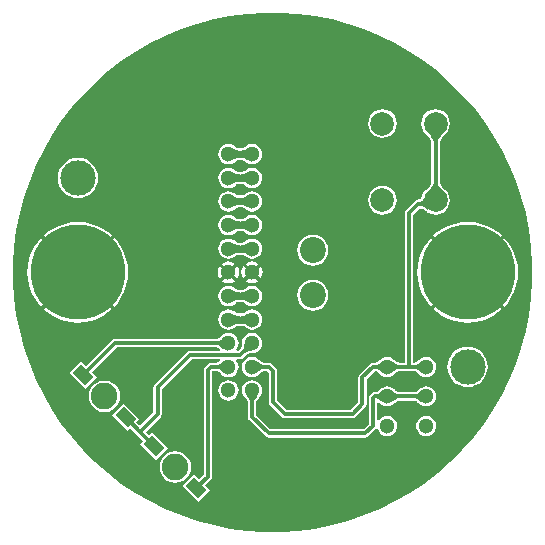
<source format=gbl>
G04*
G04 #@! TF.GenerationSoftware,Altium Limited,Altium Designer,20.1.8 (145)*
G04*
G04 Layer_Physical_Order=2*
G04 Layer_Color=16711680*
%FSTAX43Y43*%
%MOMM*%
G71*
G04*
G04 #@! TF.SameCoordinates,A8A15C78-E013-4D0F-9F8A-AB315E05CE4F*
G04*
G04*
G04 #@! TF.FilePolarity,Positive*
G04*
G01*
G75*
%ADD16C,0.600*%
%ADD17C,0.300*%
%ADD18C,1.300*%
%ADD19C,2.200*%
%ADD20C,3.000*%
%ADD21C,2.000*%
%ADD22C,2.250*%
%ADD23C,8.000*%
G04:AMPARAMS|DCode=24|XSize=1.5mm|YSize=1mm|CornerRadius=0mm|HoleSize=0mm|Usage=FLASHONLY|Rotation=135.000|XOffset=0mm|YOffset=0mm|HoleType=Round|Shape=Rectangle|*
%AMROTATEDRECTD24*
4,1,4,0.884,-0.177,0.177,-0.884,-0.884,0.177,-0.177,0.884,0.884,-0.177,0.0*
%
%ADD24ROTATEDRECTD24*%

G36*
X0097157Y0096897D02*
X0098584Y0096709D01*
X0099996Y0096428D01*
X0101387Y0096055D01*
X010275Y0095593D01*
X0104081Y0095042D01*
X0105372Y0094405D01*
X0106619Y0093685D01*
X0107816Y0092885D01*
X0108958Y0092008D01*
X0110041Y0091059D01*
X0111059Y0090041D01*
X0112008Y0088958D01*
X0112885Y0087816D01*
X0113685Y0086619D01*
X0114405Y0085372D01*
X0115042Y0084081D01*
X0115593Y008275D01*
X0116055Y0081387D01*
X0116428Y0079996D01*
X0116709Y0078584D01*
X0116897Y0077157D01*
X0116991Y007572D01*
Y0075D01*
Y007428D01*
X0116897Y0072843D01*
X0116709Y0071416D01*
X0116428Y0070004D01*
X0116055Y0068613D01*
X0115593Y0067249D01*
X0115042Y0065919D01*
X0114405Y0064628D01*
X0113685Y0063381D01*
X0112885Y0062184D01*
X0112008Y0061042D01*
X0111059Y0059959D01*
X0110041Y0058941D01*
X0108958Y0057992D01*
X0107816Y0057115D01*
X0106619Y0056315D01*
X0105372Y0055595D01*
X0104081Y0054958D01*
X010275Y0054407D01*
X0101387Y0053945D01*
X0099996Y0053572D01*
X0098584Y0053291D01*
X0097157Y0053103D01*
X009572Y0053009D01*
X009428D01*
X0092843Y0053103D01*
X0091416Y0053291D01*
X0090004Y0053572D01*
X0088613Y0053945D01*
X008725Y0054407D01*
X0085919Y0054958D01*
X0084628Y0055595D01*
X0083381Y0056315D01*
X0082184Y0057115D01*
X0081042Y0057992D01*
X0079959Y0058941D01*
X0078941Y0059959D01*
X0077992Y0061042D01*
X0077115Y0062184D01*
X0076315Y0063381D01*
X0075595Y0064628D01*
X0074958Y0065919D01*
X0074407Y0067249D01*
X0073945Y0068613D01*
X0073572Y0070004D01*
X0073291Y0071416D01*
X0073103Y0072843D01*
X0073009Y007428D01*
Y0075D01*
Y007572D01*
X0073103Y0077157D01*
X0073291Y0078584D01*
X0073572Y0079996D01*
X0073945Y0081387D01*
X0074407Y008275D01*
X0074958Y0084081D01*
X0075595Y0085372D01*
X0076315Y0086619D01*
X0077115Y0087816D01*
X0077992Y0088958D01*
X0078941Y0090041D01*
X0079959Y0091059D01*
X0081042Y0092008D01*
X0082184Y0092885D01*
X0083381Y0093685D01*
X0084628Y0094405D01*
X0085919Y0095042D01*
X008725Y0095593D01*
X0088613Y0096055D01*
X0090004Y0096428D01*
X0091416Y0096709D01*
X0092843Y0096897D01*
X009428Y0096991D01*
X009572D01*
X0097157Y0096897D01*
D02*
G37*
%LPC*%
G36*
X0104289Y0088805D02*
X0103976Y0088764D01*
X0103684Y0088643D01*
X0103433Y0088451D01*
X0103241Y00882D01*
X010312Y0087908D01*
X0103079Y0087595D01*
X010312Y0087282D01*
X0103241Y008699D01*
X0103433Y0086739D01*
X0103684Y0086547D01*
X0103976Y0086426D01*
X0104289Y0086385D01*
X0104602Y0086426D01*
X0104894Y0086547D01*
X0105145Y0086739D01*
X0105337Y008699D01*
X0105458Y0087282D01*
X01055Y0087595D01*
X0105458Y0087908D01*
X0105337Y00882D01*
X0105145Y0088451D01*
X0104894Y0088643D01*
X0104602Y0088764D01*
X0104289Y0088805D01*
D02*
G37*
G36*
X009325Y0085857D02*
X0093028Y0085828D01*
X0092821Y0085742D01*
X0092644Y0085606D01*
X0092632Y008559D01*
X0092625Y0085584D01*
X0092606Y0085571D01*
X0092583Y0085558D01*
X0092556Y0085545D01*
X0092524Y0085534D01*
X0092486Y0085524D01*
X0092446Y0085516D01*
X0092385Y008551D01*
X00921D01*
X0092057Y0085515D01*
X0092014Y0085524D01*
X0091976Y0085534D01*
X0091944Y0085545D01*
X0091917Y0085558D01*
X0091894Y0085571D01*
X0091875Y0085584D01*
X0091868Y008559D01*
X0091856Y0085606D01*
X0091679Y0085742D01*
X0091472Y0085828D01*
X009125Y0085857D01*
X0091028Y0085828D01*
X0090821Y0085742D01*
X0090644Y0085606D01*
X0090508Y0085429D01*
X0090422Y0085222D01*
X0090393Y0085D01*
X0090422Y0084778D01*
X0090508Y0084571D01*
X0090644Y0084394D01*
X0090821Y0084258D01*
X0091028Y0084172D01*
X009125Y0084143D01*
X0091472Y0084172D01*
X0091679Y0084258D01*
X0091856Y0084394D01*
X0091868Y008441D01*
X0091875Y0084416D01*
X0091894Y0084429D01*
X0091917Y0084442D01*
X0091944Y0084455D01*
X0091976Y0084466D01*
X0092014Y0084476D01*
X0092054Y0084484D01*
X0092115Y008449D01*
X00924D01*
X0092443Y0084485D01*
X0092486Y0084476D01*
X0092524Y0084466D01*
X0092556Y0084455D01*
X0092583Y0084442D01*
X0092606Y0084429D01*
X0092625Y0084416D01*
X0092632Y008441D01*
X0092644Y0084394D01*
X0092821Y0084258D01*
X0093028Y0084172D01*
X009325Y0084143D01*
X0093472Y0084172D01*
X0093679Y0084258D01*
X0093856Y0084394D01*
X0093992Y0084571D01*
X0094078Y0084778D01*
X0094107Y0085D01*
X0094078Y0085222D01*
X0093992Y0085429D01*
X0093856Y0085606D01*
X0093679Y0085742D01*
X0093472Y0085828D01*
X009325Y0085857D01*
D02*
G37*
G36*
Y0083857D02*
X0093028Y0083828D01*
X0092821Y0083742D01*
X0092644Y0083606D01*
X0092632Y008359D01*
X0092625Y0083584D01*
X0092606Y0083571D01*
X0092583Y0083558D01*
X0092556Y0083545D01*
X0092524Y0083534D01*
X0092486Y0083524D01*
X0092446Y0083516D01*
X0092385Y008351D01*
X00921D01*
X0092057Y0083515D01*
X0092014Y0083524D01*
X0091976Y0083534D01*
X0091944Y0083545D01*
X0091917Y0083558D01*
X0091894Y0083571D01*
X0091875Y0083584D01*
X0091868Y008359D01*
X0091856Y0083606D01*
X0091679Y0083742D01*
X0091472Y0083828D01*
X009125Y0083857D01*
X0091028Y0083828D01*
X0090821Y0083742D01*
X0090644Y0083606D01*
X0090508Y0083429D01*
X0090422Y0083222D01*
X0090393Y0083D01*
X0090422Y0082778D01*
X0090508Y0082571D01*
X0090644Y0082394D01*
X0090821Y0082258D01*
X0091028Y0082172D01*
X009125Y0082143D01*
X0091472Y0082172D01*
X0091679Y0082258D01*
X0091856Y0082394D01*
X0091868Y008241D01*
X0091875Y0082416D01*
X0091894Y0082429D01*
X0091917Y0082442D01*
X0091944Y0082455D01*
X0091976Y0082466D01*
X0092014Y0082476D01*
X0092054Y0082484D01*
X0092115Y008249D01*
X00924D01*
X0092443Y0082485D01*
X0092486Y0082476D01*
X0092524Y0082466D01*
X0092556Y0082455D01*
X0092583Y0082442D01*
X0092606Y0082429D01*
X0092625Y0082416D01*
X0092632Y008241D01*
X0092644Y0082394D01*
X0092821Y0082258D01*
X0093028Y0082172D01*
X009325Y0082143D01*
X0093472Y0082172D01*
X0093679Y0082258D01*
X0093856Y0082394D01*
X0093992Y0082571D01*
X0094078Y0082778D01*
X0094107Y0083D01*
X0094078Y0083222D01*
X0093992Y0083429D01*
X0093856Y0083606D01*
X0093679Y0083742D01*
X0093472Y0083828D01*
X009325Y0083857D01*
D02*
G37*
G36*
Y0081857D02*
X0093028Y0081828D01*
X0092821Y0081742D01*
X0092644Y0081606D01*
X0092632Y008159D01*
X0092625Y0081584D01*
X0092606Y0081571D01*
X0092583Y0081558D01*
X0092556Y0081545D01*
X0092524Y0081534D01*
X0092486Y0081524D01*
X0092446Y0081516D01*
X0092385Y008151D01*
X00921D01*
X0092057Y0081515D01*
X0092014Y0081524D01*
X0091976Y0081534D01*
X0091944Y0081545D01*
X0091917Y0081558D01*
X0091894Y0081571D01*
X0091875Y0081584D01*
X0091868Y008159D01*
X0091856Y0081606D01*
X0091679Y0081742D01*
X0091472Y0081828D01*
X009125Y0081857D01*
X0091028Y0081828D01*
X0090821Y0081742D01*
X0090644Y0081606D01*
X0090508Y0081429D01*
X0090422Y0081222D01*
X0090393Y0081D01*
X0090422Y0080778D01*
X0090508Y0080571D01*
X0090644Y0080394D01*
X0090821Y0080258D01*
X0091028Y0080172D01*
X009125Y0080143D01*
X0091472Y0080172D01*
X0091679Y0080258D01*
X0091856Y0080394D01*
X0091868Y008041D01*
X0091875Y0080416D01*
X0091894Y0080429D01*
X0091917Y0080442D01*
X0091944Y0080455D01*
X0091976Y0080466D01*
X0092014Y0080476D01*
X0092054Y0080484D01*
X0092115Y008049D01*
X00924D01*
X0092443Y0080485D01*
X0092486Y0080476D01*
X0092524Y0080466D01*
X0092556Y0080455D01*
X0092583Y0080442D01*
X0092606Y0080429D01*
X0092625Y0080416D01*
X0092632Y008041D01*
X0092644Y0080394D01*
X0092821Y0080258D01*
X0093028Y0080172D01*
X009325Y0080143D01*
X0093472Y0080172D01*
X0093679Y0080258D01*
X0093856Y0080394D01*
X0093992Y0080571D01*
X0094078Y0080778D01*
X0094107Y0081D01*
X0094078Y0081222D01*
X0093992Y0081429D01*
X0093856Y0081606D01*
X0093679Y0081742D01*
X0093472Y0081828D01*
X009325Y0081857D01*
D02*
G37*
G36*
X00785Y0084708D02*
X0078167Y0084675D01*
X0077846Y0084578D01*
X0077551Y008442D01*
X0077292Y0084208D01*
X007708Y0083949D01*
X0076922Y0083654D01*
X0076825Y0083333D01*
X0076792Y0083D01*
X0076825Y0082667D01*
X0076922Y0082346D01*
X007708Y0082051D01*
X0077292Y0081792D01*
X0077551Y008158D01*
X0077846Y0081422D01*
X0078167Y0081325D01*
X00785Y0081292D01*
X0078833Y0081325D01*
X0079154Y0081422D01*
X0079449Y008158D01*
X0079708Y0081792D01*
X007992Y0082051D01*
X0080078Y0082346D01*
X0080175Y0082667D01*
X0080208Y0083D01*
X0080175Y0083333D01*
X0080078Y0083654D01*
X007992Y0083949D01*
X0079708Y0084208D01*
X0079449Y008442D01*
X0079154Y0084578D01*
X0078833Y0084675D01*
X00785Y0084708D01*
D02*
G37*
G36*
X0108789Y0088805D02*
X0108476Y0088764D01*
X0108184Y0088643D01*
X0107933Y0088451D01*
X0107741Y00882D01*
X010762Y0087908D01*
X0107579Y0087595D01*
X010762Y0087282D01*
X0107741Y008699D01*
X0107933Y0086739D01*
X0107971Y008671D01*
X0108045Y0086636D01*
X0108212Y0086446D01*
X0108276Y0086363D01*
X0108329Y0086284D01*
X010837Y0086212D01*
X0108401Y0086148D01*
X0108421Y0086092D01*
X0108432Y0086045D01*
X0108432Y0086035D01*
Y0082655D01*
X0108432Y0082645D01*
X0108421Y0082598D01*
X0108401Y0082542D01*
X010837Y0082478D01*
X0108329Y0082406D01*
X0108276Y0082327D01*
X0108212Y0082244D01*
X0108045Y0082054D01*
X0107971Y008198D01*
X0107933Y0081951D01*
X0107741Y00817D01*
X0107662Y0081511D01*
X0107662Y008151D01*
X0107661Y0081506D01*
X0107654Y0081491D01*
X010765Y0081484D01*
X0107636Y0081446D01*
X010762Y0081408D01*
X0107619Y0081404D01*
X0107592Y0081346D01*
X0107563Y0081297D01*
X0107533Y0081257D01*
X0107504Y0081227D01*
X0107475Y0081204D01*
X0107446Y0081188D01*
X0107414Y0081176D01*
X010738Y0081169D01*
X0107377Y0081169D01*
X0107339D01*
X0107203Y0081142D01*
X0107087Y0081064D01*
X0106275Y0080252D01*
X0106197Y0080137D01*
X010617Y008D01*
Y0067357D01*
X0105688D01*
X0105662Y0067361D01*
X0105628Y0067371D01*
X0105591Y0067385D01*
X0105551Y0067405D01*
X0105508Y0067431D01*
X0105464Y0067462D01*
X010536Y0067548D01*
X0105321Y0067587D01*
X0105306Y0067606D01*
X0105129Y0067742D01*
X0104922Y0067828D01*
X01047Y0067857D01*
X0104478Y0067828D01*
X0104271Y0067742D01*
X0104094Y0067606D01*
X0104079Y0067587D01*
X0104038Y0067547D01*
X0103987Y0067502D01*
X0103938Y0067463D01*
X0103892Y0067431D01*
X0103849Y0067405D01*
X0103809Y0067385D01*
X0103772Y0067371D01*
X0103738Y0067361D01*
X0103712Y0067357D01*
X01035D01*
X0103363Y006733D01*
X0103248Y0067252D01*
X0102348Y0066352D01*
X010227Y0066237D01*
X0102243Y00661D01*
Y0063984D01*
X0101616Y0063357D01*
X0096148D01*
X0095357Y0064148D01*
Y0066649D01*
X009533Y0066785D01*
X0095252Y0066901D01*
X0094901Y0067252D01*
X0094785Y006733D01*
X0094649Y0067357D01*
X0094238D01*
X0094212Y0067361D01*
X0094178Y0067371D01*
X0094141Y0067385D01*
X0094101Y0067405D01*
X0094058Y0067431D01*
X0094014Y0067462D01*
X009391Y0067548D01*
X0093871Y0067587D01*
X0093856Y0067606D01*
X0093679Y0067742D01*
X0093472Y0067828D01*
X009325Y0067857D01*
X0093028Y0067828D01*
X0092821Y0067742D01*
X0092644Y0067606D01*
X0092508Y0067429D01*
X0092422Y0067222D01*
X0092393Y0067D01*
X0092422Y0066778D01*
X0092508Y0066571D01*
X0092644Y0066394D01*
X0092821Y0066258D01*
X0093028Y0066172D01*
X009325Y0066143D01*
X0093472Y0066172D01*
X0093679Y0066258D01*
X0093856Y0066394D01*
X0093871Y0066413D01*
X0093912Y0066453D01*
X0093963Y0066498D01*
X0094012Y0066537D01*
X0094058Y0066569D01*
X0094101Y0066595D01*
X0094141Y0066615D01*
X0094178Y0066629D01*
X0094212Y0066639D01*
X0094238Y0066643D01*
X0094501D01*
X0094643Y0066501D01*
Y0064D01*
X009467Y0063863D01*
X0094748Y0063748D01*
X0095748Y0062748D01*
X0095863Y006267D01*
X0096Y0062643D01*
X0101764D01*
X01019Y006267D01*
X0102016Y0062748D01*
X0102852Y0063584D01*
X010293Y00637D01*
X0102957Y0063836D01*
Y0065952D01*
X0103648Y0066643D01*
X0103712D01*
X0103738Y0066639D01*
X0103772Y0066629D01*
X0103809Y0066615D01*
X0103849Y0066595D01*
X0103892Y0066569D01*
X0103936Y0066538D01*
X0104039Y0066452D01*
X0104079Y0066413D01*
X0104094Y0066394D01*
X0104271Y0066258D01*
X0104478Y0066172D01*
X01047Y0066143D01*
X0104922Y0066172D01*
X0105129Y0066258D01*
X0105306Y0066394D01*
X0105321Y0066413D01*
X0105362Y0066453D01*
X0105413Y0066498D01*
X0105462Y0066537D01*
X0105508Y0066569D01*
X0105551Y0066595D01*
X0105591Y0066615D01*
X0105628Y0066629D01*
X0105662Y0066639D01*
X0105688Y0066643D01*
X0107012D01*
X0107038Y0066639D01*
X0107072Y0066629D01*
X0107109Y0066615D01*
X0107149Y0066595D01*
X0107192Y0066569D01*
X0107236Y0066538D01*
X010734Y0066452D01*
X0107379Y0066413D01*
X0107394Y0066394D01*
X0107571Y0066258D01*
X0107778Y0066172D01*
X0108Y0066143D01*
X0108222Y0066172D01*
X0108429Y0066258D01*
X0108606Y0066394D01*
X0108742Y0066571D01*
X0108828Y0066778D01*
X0108857Y0067D01*
X0108828Y0067222D01*
X0108742Y0067429D01*
X0108606Y0067606D01*
X0108429Y0067742D01*
X0108222Y0067828D01*
X0108Y0067857D01*
X0107778Y0067828D01*
X0107571Y0067742D01*
X0107394Y0067606D01*
X0107379Y0067587D01*
X0107338Y0067547D01*
X0107287Y0067502D01*
X0107238Y0067463D01*
X0107192Y0067431D01*
X0107149Y0067405D01*
X0107109Y0067385D01*
X0107072Y0067371D01*
X0107038Y0067361D01*
X0107012Y0067357D01*
X0106884D01*
Y0079852D01*
X0107476Y0080444D01*
X0107526Y0080433D01*
X0107593Y0080413D01*
X0107661Y0080387D01*
X0107732Y0080354D01*
X0107803Y0080316D01*
X0107961Y0080213D01*
X0108041Y0080152D01*
X0108056Y0080145D01*
X0108068Y0080135D01*
X0108071Y0080134D01*
X0108184Y0080047D01*
X0108476Y0079926D01*
X0108789Y0079885D01*
X0109102Y0079926D01*
X0109394Y0080047D01*
X0109645Y0080239D01*
X0109837Y008049D01*
X0109958Y0080782D01*
X011Y0081095D01*
X0109958Y0081408D01*
X0109837Y00817D01*
X0109645Y0081951D01*
X0109607Y008198D01*
X0109534Y0082054D01*
X0109366Y0082244D01*
X0109303Y0082327D01*
X010925Y0082406D01*
X0109208Y0082478D01*
X0109177Y0082542D01*
X0109157Y0082598D01*
X0109147Y0082645D01*
X0109146Y0082655D01*
Y0086035D01*
X0109147Y0086045D01*
X0109157Y0086092D01*
X0109177Y0086148D01*
X0109208Y0086212D01*
X010925Y0086284D01*
X0109303Y0086363D01*
X0109366Y0086446D01*
X0109534Y0086636D01*
X0109607Y008671D01*
X0109645Y0086739D01*
X0109837Y008699D01*
X0109958Y0087282D01*
X011Y0087595D01*
X0109958Y0087908D01*
X0109837Y00882D01*
X0109645Y0088451D01*
X0109394Y0088643D01*
X0109102Y0088764D01*
X0108789Y0088805D01*
D02*
G37*
G36*
X0104289Y0082305D02*
X0103976Y0082264D01*
X0103684Y0082143D01*
X0103433Y0081951D01*
X0103241Y00817D01*
X010312Y0081408D01*
X0103079Y0081095D01*
X010312Y0080782D01*
X0103241Y008049D01*
X0103433Y0080239D01*
X0103684Y0080047D01*
X0103976Y0079926D01*
X0104289Y0079885D01*
X0104602Y0079926D01*
X0104894Y0080047D01*
X0105145Y0080239D01*
X0105337Y008049D01*
X0105458Y0080782D01*
X01055Y0081095D01*
X0105458Y0081408D01*
X0105337Y00817D01*
X0105145Y0081951D01*
X0104894Y0082143D01*
X0104602Y0082264D01*
X0104289Y0082305D01*
D02*
G37*
G36*
X009325Y0079857D02*
X0093028Y0079828D01*
X0092821Y0079742D01*
X0092644Y0079606D01*
X0092632Y007959D01*
X0092625Y0079584D01*
X0092606Y0079571D01*
X0092583Y0079558D01*
X0092556Y0079545D01*
X0092524Y0079534D01*
X0092486Y0079524D01*
X0092446Y0079516D01*
X0092385Y007951D01*
X00921D01*
X0092057Y0079515D01*
X0092014Y0079524D01*
X0091976Y0079534D01*
X0091944Y0079545D01*
X0091917Y0079558D01*
X0091894Y0079571D01*
X0091875Y0079584D01*
X0091868Y007959D01*
X0091856Y0079606D01*
X0091679Y0079742D01*
X0091472Y0079828D01*
X009125Y0079857D01*
X0091028Y0079828D01*
X0090821Y0079742D01*
X0090644Y0079606D01*
X0090508Y0079429D01*
X0090422Y0079222D01*
X0090393Y0079D01*
X0090422Y0078778D01*
X0090508Y0078571D01*
X0090644Y0078394D01*
X0090821Y0078258D01*
X0091028Y0078172D01*
X009125Y0078143D01*
X0091472Y0078172D01*
X0091679Y0078258D01*
X0091856Y0078394D01*
X0091868Y007841D01*
X0091875Y0078416D01*
X0091894Y0078429D01*
X0091917Y0078442D01*
X0091944Y0078455D01*
X0091976Y0078466D01*
X0092014Y0078476D01*
X0092054Y0078484D01*
X0092115Y007849D01*
X00924D01*
X0092443Y0078485D01*
X0092486Y0078476D01*
X0092524Y0078466D01*
X0092556Y0078455D01*
X0092583Y0078442D01*
X0092606Y0078429D01*
X0092625Y0078416D01*
X0092632Y007841D01*
X0092644Y0078394D01*
X0092821Y0078258D01*
X0093028Y0078172D01*
X009325Y0078143D01*
X0093472Y0078172D01*
X0093679Y0078258D01*
X0093856Y0078394D01*
X0093992Y0078571D01*
X0094078Y0078778D01*
X0094107Y0079D01*
X0094078Y0079222D01*
X0093992Y0079429D01*
X0093856Y0079606D01*
X0093679Y0079742D01*
X0093472Y0079828D01*
X009325Y0079857D01*
D02*
G37*
G36*
Y0077857D02*
X0093028Y0077828D01*
X0092821Y0077742D01*
X0092644Y0077606D01*
X0092632Y007759D01*
X0092625Y0077584D01*
X0092606Y0077571D01*
X0092583Y0077558D01*
X0092556Y0077545D01*
X0092524Y0077534D01*
X0092486Y0077524D01*
X0092446Y0077516D01*
X0092385Y007751D01*
X00921D01*
X0092057Y0077515D01*
X0092014Y0077524D01*
X0091976Y0077534D01*
X0091944Y0077545D01*
X0091917Y0077558D01*
X0091894Y0077571D01*
X0091875Y0077584D01*
X0091868Y007759D01*
X0091856Y0077606D01*
X0091679Y0077742D01*
X0091472Y0077828D01*
X009125Y0077857D01*
X0091028Y0077828D01*
X0090821Y0077742D01*
X0090644Y0077606D01*
X0090508Y0077429D01*
X0090422Y0077222D01*
X0090393Y0077D01*
X0090422Y0076778D01*
X0090508Y0076571D01*
X0090644Y0076394D01*
X0090821Y0076258D01*
X0091028Y0076172D01*
X009125Y0076143D01*
X0091472Y0076172D01*
X0091679Y0076258D01*
X0091856Y0076394D01*
X0091868Y007641D01*
X0091875Y0076416D01*
X0091894Y0076429D01*
X0091917Y0076442D01*
X0091944Y0076455D01*
X0091976Y0076466D01*
X0092014Y0076476D01*
X0092054Y0076484D01*
X0092115Y007649D01*
X00924D01*
X0092443Y0076485D01*
X0092486Y0076476D01*
X0092524Y0076466D01*
X0092556Y0076455D01*
X0092583Y0076442D01*
X0092606Y0076429D01*
X0092625Y0076416D01*
X0092632Y007641D01*
X0092644Y0076394D01*
X0092821Y0076258D01*
X0093028Y0076172D01*
X009325Y0076143D01*
X0093472Y0076172D01*
X0093679Y0076258D01*
X0093856Y0076394D01*
X0093992Y0076571D01*
X0094078Y0076778D01*
X0094107Y0077D01*
X0094078Y0077222D01*
X0093992Y0077429D01*
X0093856Y0077606D01*
X0093679Y0077742D01*
X0093472Y0077828D01*
X009325Y0077857D01*
D02*
G37*
G36*
X00984Y0078171D02*
X0098061Y0078127D01*
X0097744Y0077996D01*
X0097473Y0077787D01*
X0097264Y0077516D01*
X0097133Y0077199D01*
X0097089Y007686D01*
X0097133Y0076521D01*
X0097264Y0076204D01*
X0097473Y0075933D01*
X0097744Y0075724D01*
X0098061Y0075593D01*
X00984Y0075549D01*
X0098739Y0075593D01*
X0099056Y0075724D01*
X0099327Y0075933D01*
X0099536Y0076204D01*
X0099667Y0076521D01*
X0099711Y007686D01*
X0099667Y0077199D01*
X0099536Y0077516D01*
X0099327Y0077787D01*
X0099056Y0077996D01*
X0098739Y0078127D01*
X00984Y0078171D01*
D02*
G37*
G36*
X01115Y0079263D02*
X0110944Y0079227D01*
X0110397Y0079118D01*
X0109869Y0078939D01*
X0109368Y0078692D01*
X0108905Y0078382D01*
X0108599Y0078114D01*
X01115Y0075212D01*
X0114401Y0078114D01*
X0114095Y0078382D01*
X0113632Y0078692D01*
X0113131Y0078939D01*
X0112603Y0079118D01*
X0112056Y0079227D01*
X01115Y0079263D01*
D02*
G37*
G36*
X00785D02*
X0077944Y0079227D01*
X0077397Y0079118D01*
X0076869Y0078939D01*
X0076368Y0078692D01*
X0075905Y0078382D01*
X0075599Y0078114D01*
X00785Y0075212D01*
X0081401Y0078114D01*
X0081095Y0078382D01*
X0080632Y0078692D01*
X0080131Y0078939D01*
X0079603Y0079118D01*
X0079056Y0079227D01*
X00785Y0079263D01*
D02*
G37*
G36*
X009325Y0075912D02*
X0093014Y0075881D01*
X0092794Y007579D01*
X0092725Y0075737D01*
X009325Y0075212D01*
X0093775Y0075737D01*
X0093706Y007579D01*
X0093486Y0075881D01*
X009325Y0075912D01*
D02*
G37*
G36*
X009125D02*
X0091014Y0075881D01*
X0090794Y007579D01*
X0090725Y0075737D01*
X009125Y0075212D01*
X0091775Y0075737D01*
X0091706Y007579D01*
X0091486Y0075881D01*
X009125Y0075912D01*
D02*
G37*
G36*
X0093987Y0075525D02*
X0093462Y0075D01*
X0093987Y0074475D01*
X009404Y0074544D01*
X0094131Y0074764D01*
X0094162Y0075D01*
X0094131Y0075236D01*
X009404Y0075456D01*
X0093987Y0075525D01*
D02*
G37*
G36*
X0091987D02*
X0091462Y0075D01*
X0091987Y0074475D01*
X009204Y0074544D01*
X0092131Y0074764D01*
X0092162Y0075D01*
X0092131Y0075236D01*
X009204Y0075456D01*
X0091987Y0075525D01*
D02*
G37*
G36*
X0092513D02*
X009246Y0075456D01*
X0092369Y0075236D01*
X0092338Y0075D01*
X0092369Y0074764D01*
X009246Y0074544D01*
X0092513Y0074475D01*
X0093038Y0075D01*
X0092513Y0075525D01*
D02*
G37*
G36*
X0090513D02*
X009046Y0075456D01*
X0090369Y0075236D01*
X0090338Y0075D01*
X0090369Y0074764D01*
X009046Y0074544D01*
X0090513Y0074475D01*
X0091038Y0075D01*
X0090513Y0075525D01*
D02*
G37*
G36*
X009325Y0074788D02*
X0092725Y0074263D01*
X0092794Y007421D01*
X0093014Y0074119D01*
X009325Y0074088D01*
X0093486Y0074119D01*
X0093706Y007421D01*
X0093775Y0074263D01*
X009325Y0074788D01*
D02*
G37*
G36*
X009125D02*
X0090725Y0074263D01*
X0090794Y007421D01*
X0091014Y0074119D01*
X009125Y0074088D01*
X0091486Y0074119D01*
X0091706Y007421D01*
X0091775Y0074263D01*
X009125Y0074788D01*
D02*
G37*
G36*
X009325Y0073857D02*
X0093028Y0073828D01*
X0092821Y0073742D01*
X0092644Y0073606D01*
X0092632Y007359D01*
X0092625Y0073584D01*
X0092606Y0073571D01*
X0092583Y0073558D01*
X0092556Y0073545D01*
X0092524Y0073534D01*
X0092486Y0073524D01*
X0092446Y0073516D01*
X0092385Y007351D01*
X00921D01*
X0092057Y0073515D01*
X0092014Y0073524D01*
X0091976Y0073534D01*
X0091944Y0073545D01*
X0091917Y0073558D01*
X0091894Y0073571D01*
X0091875Y0073584D01*
X0091868Y007359D01*
X0091856Y0073606D01*
X0091679Y0073742D01*
X0091472Y0073828D01*
X009125Y0073857D01*
X0091028Y0073828D01*
X0090821Y0073742D01*
X0090644Y0073606D01*
X0090508Y0073429D01*
X0090422Y0073222D01*
X0090393Y0073D01*
X0090422Y0072778D01*
X0090508Y0072571D01*
X0090644Y0072394D01*
X0090821Y0072258D01*
X0091028Y0072172D01*
X009125Y0072143D01*
X0091472Y0072172D01*
X0091679Y0072258D01*
X0091856Y0072394D01*
X0091868Y007241D01*
X0091875Y0072416D01*
X0091894Y0072429D01*
X0091917Y0072442D01*
X0091944Y0072455D01*
X0091976Y0072466D01*
X0092014Y0072476D01*
X0092054Y0072484D01*
X0092115Y007249D01*
X00924D01*
X0092443Y0072485D01*
X0092486Y0072476D01*
X0092524Y0072466D01*
X0092556Y0072455D01*
X0092583Y0072442D01*
X0092606Y0072429D01*
X0092625Y0072416D01*
X0092632Y007241D01*
X0092644Y0072394D01*
X0092821Y0072258D01*
X0093028Y0072172D01*
X009325Y0072143D01*
X0093472Y0072172D01*
X0093679Y0072258D01*
X0093856Y0072394D01*
X0093992Y0072571D01*
X0094078Y0072778D01*
X0094107Y0073D01*
X0094078Y0073222D01*
X0093992Y0073429D01*
X0093856Y0073606D01*
X0093679Y0073742D01*
X0093472Y0073828D01*
X009325Y0073857D01*
D02*
G37*
G36*
X0114614Y0077901D02*
X0111712Y0075D01*
X0114614Y0072099D01*
X0114882Y0072405D01*
X0115192Y0072868D01*
X0115439Y0073369D01*
X0115618Y0073897D01*
X0115727Y0074444D01*
X0115763Y0075D01*
X0115727Y0075556D01*
X0115618Y0076103D01*
X0115439Y0076631D01*
X0115192Y0077132D01*
X0114882Y0077595D01*
X0114614Y0077901D01*
D02*
G37*
G36*
X0075386Y0077901D02*
X0075118Y0077595D01*
X0074808Y0077132D01*
X0074561Y0076631D01*
X0074382Y0076103D01*
X0074273Y0075556D01*
X0074237Y0075D01*
X0074273Y0074444D01*
X0074382Y0073897D01*
X0074561Y0073369D01*
X0074808Y0072868D01*
X0075118Y0072405D01*
X0075386Y0072099D01*
X0078288Y0075D01*
X0075386Y0077901D01*
D02*
G37*
G36*
X0108386Y0077901D02*
X0108118Y0077595D01*
X0107808Y0077132D01*
X0107561Y0076631D01*
X0107382Y0076103D01*
X0107273Y0075556D01*
X0107237Y0075D01*
X0107273Y0074444D01*
X0107382Y0073897D01*
X0107561Y0073369D01*
X0107808Y0072868D01*
X0108118Y0072405D01*
X0108386Y0072099D01*
X0111288Y0075D01*
X0108386Y0077901D01*
D02*
G37*
G36*
X0081614Y0077901D02*
X0078712Y0075D01*
X0081614Y0072099D01*
X0081882Y0072405D01*
X0082192Y0072868D01*
X0082439Y0073369D01*
X0082618Y0073897D01*
X0082727Y0074444D01*
X0082763Y0075D01*
X0082727Y0075556D01*
X0082618Y0076103D01*
X0082439Y0076631D01*
X0082192Y0077132D01*
X0081882Y0077595D01*
X0081614Y0077901D01*
D02*
G37*
G36*
X00984Y0074361D02*
X0098061Y0074317D01*
X0097744Y0074186D01*
X0097473Y0073977D01*
X0097264Y0073706D01*
X0097133Y0073389D01*
X0097089Y007305D01*
X0097133Y0072711D01*
X0097264Y0072394D01*
X0097473Y0072123D01*
X0097744Y0071914D01*
X0098061Y0071783D01*
X00984Y0071739D01*
X0098739Y0071783D01*
X0099056Y0071914D01*
X0099327Y0072123D01*
X0099536Y0072394D01*
X0099667Y0072711D01*
X0099711Y007305D01*
X0099667Y0073389D01*
X0099536Y0073706D01*
X0099327Y0073977D01*
X0099056Y0074186D01*
X0098739Y0074317D01*
X00984Y0074361D01*
D02*
G37*
G36*
X009325Y0071857D02*
X0093028Y0071828D01*
X0092821Y0071742D01*
X0092644Y0071606D01*
X0092632Y007159D01*
X0092625Y0071584D01*
X0092606Y0071571D01*
X0092583Y0071558D01*
X0092556Y0071545D01*
X0092524Y0071534D01*
X0092486Y0071524D01*
X0092446Y0071516D01*
X0092385Y007151D01*
X00921D01*
X0092057Y0071515D01*
X0092014Y0071524D01*
X0091976Y0071534D01*
X0091944Y0071545D01*
X0091917Y0071558D01*
X0091894Y0071571D01*
X0091875Y0071584D01*
X0091868Y007159D01*
X0091856Y0071606D01*
X0091679Y0071742D01*
X0091472Y0071828D01*
X009125Y0071857D01*
X0091028Y0071828D01*
X0090821Y0071742D01*
X0090644Y0071606D01*
X0090508Y0071429D01*
X0090422Y0071222D01*
X0090393Y0071D01*
X0090422Y0070778D01*
X0090508Y0070571D01*
X0090644Y0070394D01*
X0090821Y0070258D01*
X0091028Y0070172D01*
X009125Y0070143D01*
X0091472Y0070172D01*
X0091679Y0070258D01*
X0091856Y0070394D01*
X0091868Y007041D01*
X0091875Y0070416D01*
X0091894Y0070429D01*
X0091917Y0070442D01*
X0091944Y0070455D01*
X0091976Y0070466D01*
X0092014Y0070476D01*
X0092054Y0070484D01*
X0092115Y007049D01*
X00924D01*
X0092443Y0070485D01*
X0092486Y0070476D01*
X0092524Y0070466D01*
X0092556Y0070455D01*
X0092583Y0070442D01*
X0092606Y0070429D01*
X0092625Y0070416D01*
X0092632Y007041D01*
X0092644Y0070394D01*
X0092821Y0070258D01*
X0093028Y0070172D01*
X009325Y0070143D01*
X0093472Y0070172D01*
X0093679Y0070258D01*
X0093856Y0070394D01*
X0093992Y0070571D01*
X0094078Y0070778D01*
X0094107Y0071D01*
X0094078Y0071222D01*
X0093992Y0071429D01*
X0093856Y0071606D01*
X0093679Y0071742D01*
X0093472Y0071828D01*
X009325Y0071857D01*
D02*
G37*
G36*
X01115Y0074788D02*
X0108599Y0071886D01*
X0108905Y0071618D01*
X0109368Y0071308D01*
X0109869Y0071061D01*
X0110397Y0070882D01*
X0110944Y0070773D01*
X01115Y0070737D01*
X0112056Y0070773D01*
X0112603Y0070882D01*
X0113131Y0071061D01*
X0113632Y0071308D01*
X0114095Y0071618D01*
X0114401Y0071886D01*
X01115Y0074788D01*
D02*
G37*
G36*
X00785Y0074788D02*
X0075599Y0071886D01*
X0075905Y0071618D01*
X0076368Y0071308D01*
X0076869Y0071061D01*
X0077397Y0070882D01*
X0077944Y0070773D01*
X00785Y0070737D01*
X0079056Y0070773D01*
X0079603Y0070882D01*
X0080131Y0071061D01*
X0080632Y0071308D01*
X0081095Y0071618D01*
X0081401Y0071886D01*
X00785Y0074788D01*
D02*
G37*
G36*
X009325Y0069857D02*
X0093028Y0069828D01*
X0092821Y0069742D01*
X0092644Y0069606D01*
X0092508Y0069429D01*
X0092422Y0069222D01*
X0092393Y0069D01*
X0092396Y0068976D01*
X0092395Y0068918D01*
X0092391Y006885D01*
X0092384Y0068789D01*
X0092374Y0068734D01*
X0092362Y0068685D01*
X0092347Y0068642D01*
X0092331Y0068606D01*
X0092314Y0068575D01*
X0092299Y0068554D01*
X0092105Y006836D01*
X0091981Y0068371D01*
X0091925Y0068484D01*
X0091992Y0068571D01*
X0092078Y0068778D01*
X0092107Y0069D01*
X0092078Y0069222D01*
X0091992Y0069429D01*
X0091856Y0069606D01*
X0091679Y0069742D01*
X0091472Y0069828D01*
X009125Y0069857D01*
X0091028Y0069828D01*
X0090821Y0069742D01*
X0090644Y0069606D01*
X0090629Y0069587D01*
X0090588Y0069547D01*
X0090537Y0069502D01*
X0090488Y0069463D01*
X0090442Y0069431D01*
X0090399Y0069405D01*
X0090359Y0069385D01*
X0090322Y0069371D01*
X0090288Y0069361D01*
X0090262Y0069357D01*
X0081679D01*
X0081543Y006933D01*
X0081427Y0069252D01*
X0079207Y0067033D01*
X0078788Y0067452D01*
X0077798Y0066462D01*
X0079141Y0065119D01*
X0080131Y0066109D01*
X0079712Y0066528D01*
X0081827Y0068643D01*
X0090262D01*
X0090288Y0068639D01*
X0090322Y0068629D01*
X0090359Y0068615D01*
X0090399Y0068595D01*
X0090442Y0068569D01*
X0090486Y0068538D01*
X0090551Y0068484D01*
X0090505Y0068357D01*
X0090505Y0068357D01*
X0088D01*
X0087863Y006833D01*
X0087748Y0068252D01*
X0084998Y0065502D01*
X008492Y0065387D01*
X0084893Y006525D01*
Y0063148D01*
X008375Y0062005D01*
X008346Y0062295D01*
X0083702Y0062538D01*
X0082359Y0063881D01*
X0081369Y0062891D01*
X0082712Y0061548D01*
X0082955Y006179D01*
X0083498Y0061248D01*
X008404Y0060705D01*
X0083798Y0060462D01*
X0085141Y0059119D01*
X0086131Y0060109D01*
X0084788Y0061452D01*
X0084545Y006121D01*
X0084255Y00615D01*
X0085502Y0062748D01*
X008558Y0062863D01*
X0085607Y0063D01*
Y0065102D01*
X0088148Y0067643D01*
X0090505D01*
X009051Y0067637D01*
X0090553Y0067516D01*
X0090537Y0067502D01*
X0090488Y0067463D01*
X0090442Y0067431D01*
X0090399Y0067405D01*
X0090359Y0067385D01*
X0090322Y0067371D01*
X0090288Y0067361D01*
X0090262Y0067357D01*
X008975D01*
X0089613Y006733D01*
X0089498Y0067252D01*
X0089248Y0067002D01*
X008917Y0066887D01*
X0089143Y006675D01*
Y0057827D01*
X0088778Y0057462D01*
X0088359Y0057881D01*
X0087369Y0056891D01*
X0088712Y0055548D01*
X0089702Y0056538D01*
X0089283Y0056957D01*
X0089752Y0057427D01*
X008983Y0057543D01*
X0089857Y0057679D01*
Y0066602D01*
X0089898Y0066643D01*
X0090262D01*
X0090288Y0066639D01*
X0090322Y0066629D01*
X0090359Y0066615D01*
X0090399Y0066595D01*
X0090442Y0066569D01*
X0090486Y0066538D01*
X009059Y0066452D01*
X0090629Y0066413D01*
X0090644Y0066394D01*
X0090821Y0066258D01*
X0091028Y0066172D01*
X009125Y0066143D01*
X0091472Y0066172D01*
X0091679Y0066258D01*
X0091856Y0066394D01*
X0091992Y0066571D01*
X0092078Y0066778D01*
X0092107Y0067D01*
X0092078Y0067222D01*
X0091992Y0067429D01*
X0091925Y0067516D01*
X0091988Y0067643D01*
X009225D01*
X0092387Y006767D01*
X0092502Y0067748D01*
X0092804Y0068049D01*
X0092825Y0068064D01*
X0092856Y0068081D01*
X0092892Y0068097D01*
X0092935Y0068112D01*
X0092984Y0068124D01*
X0093036Y0068133D01*
X0093171Y0068145D01*
X0093226Y0068146D01*
X009325Y0068143D01*
X0093472Y0068172D01*
X0093679Y0068258D01*
X0093856Y0068394D01*
X0093992Y0068571D01*
X0094078Y0068778D01*
X0094107Y0069D01*
X0094078Y0069222D01*
X0093992Y0069429D01*
X0093856Y0069606D01*
X0093679Y0069742D01*
X0093472Y0069828D01*
X009325Y0069857D01*
D02*
G37*
G36*
X01115Y0068708D02*
X0111167Y0068675D01*
X0110846Y0068578D01*
X0110551Y006842D01*
X0110292Y0068208D01*
X011008Y0067949D01*
X0109922Y0067654D01*
X0109825Y0067333D01*
X0109792Y0067D01*
X0109825Y0066667D01*
X0109922Y0066346D01*
X011008Y0066051D01*
X0110292Y0065792D01*
X0110551Y006558D01*
X0110846Y0065422D01*
X0111167Y0065325D01*
X01115Y0065292D01*
X0111833Y0065325D01*
X0112154Y0065422D01*
X0112449Y006558D01*
X0112708Y0065792D01*
X011292Y0066051D01*
X0113078Y0066346D01*
X0113175Y0066667D01*
X0113208Y0067D01*
X0113175Y0067333D01*
X0113078Y0067654D01*
X011292Y0067949D01*
X0112708Y0068208D01*
X0112449Y006842D01*
X0112154Y0068578D01*
X0111833Y0068675D01*
X01115Y0068708D01*
D02*
G37*
G36*
X009125Y0065857D02*
X0091028Y0065828D01*
X0090821Y0065742D01*
X0090644Y0065606D01*
X0090508Y0065429D01*
X0090422Y0065222D01*
X0090393Y0065D01*
X0090422Y0064778D01*
X0090508Y0064571D01*
X0090644Y0064394D01*
X0090821Y0064258D01*
X0091028Y0064172D01*
X009125Y0064143D01*
X0091472Y0064172D01*
X0091679Y0064258D01*
X0091856Y0064394D01*
X0091992Y0064571D01*
X0092078Y0064778D01*
X0092107Y0065D01*
X0092078Y0065222D01*
X0091992Y0065429D01*
X0091856Y0065606D01*
X0091679Y0065742D01*
X0091472Y0065828D01*
X009125Y0065857D01*
D02*
G37*
G36*
X009325D02*
X0093028Y0065828D01*
X0092821Y0065742D01*
X0092644Y0065606D01*
X0092508Y0065429D01*
X0092422Y0065222D01*
X0092393Y0065D01*
X0092422Y0064778D01*
X0092508Y0064571D01*
X0092644Y0064394D01*
X0092663Y0064379D01*
X0092703Y0064338D01*
X0092748Y0064287D01*
X0092787Y0064238D01*
X0092819Y0064192D01*
X0092845Y0064149D01*
X0092865Y0064109D01*
X0092879Y0064072D01*
X0092889Y0064038D01*
X0092893Y0064012D01*
Y006275D01*
X009292Y0062613D01*
X0092998Y0062498D01*
X0094396Y0061099D01*
X0094512Y0061022D01*
X0094649Y0060995D01*
X0102851D01*
X0102988Y0061022D01*
X0103104Y0061099D01*
X0103752Y0061748D01*
X0103753Y0061749D01*
X0103759Y006175D01*
X0103892Y0061729D01*
X0103958Y0061571D01*
X0104094Y0061394D01*
X0104271Y0061258D01*
X0104478Y0061172D01*
X01047Y0061143D01*
X0104922Y0061172D01*
X0105129Y0061258D01*
X0105306Y0061394D01*
X0105442Y0061571D01*
X0105528Y0061778D01*
X0105557Y0062D01*
X0105528Y0062222D01*
X0105442Y0062429D01*
X0105306Y0062606D01*
X0105129Y0062742D01*
X0104922Y0062828D01*
X01047Y0062857D01*
X0104478Y0062828D01*
X0104271Y0062742D01*
X0104094Y0062606D01*
X0103984Y0062463D01*
X0103857Y0062506D01*
Y0063948D01*
X0103859Y0063951D01*
X0103971Y0064008D01*
X0103984Y0064009D01*
X0104023Y0063972D01*
X0104071Y0063922D01*
X0104073Y0063921D01*
X0104094Y0063894D01*
X0104271Y0063758D01*
X0104478Y0063672D01*
X01047Y0063643D01*
X0104922Y0063672D01*
X0105129Y0063758D01*
X0105306Y0063894D01*
X0105321Y0063913D01*
X0105362Y0063953D01*
X0105413Y0063998D01*
X0105462Y0064037D01*
X0105508Y0064069D01*
X0105551Y0064095D01*
X0105591Y0064115D01*
X0105628Y0064129D01*
X0105662Y0064139D01*
X0105688Y0064143D01*
X0107012D01*
X0107038Y0064139D01*
X0107072Y0064129D01*
X0107109Y0064115D01*
X0107149Y0064095D01*
X0107192Y0064069D01*
X0107236Y0064038D01*
X010734Y0063952D01*
X0107379Y0063913D01*
X0107394Y0063894D01*
X0107571Y0063758D01*
X0107778Y0063672D01*
X0108Y0063643D01*
X0108222Y0063672D01*
X0108429Y0063758D01*
X0108606Y0063894D01*
X0108742Y0064071D01*
X0108828Y0064278D01*
X0108857Y00645D01*
X0108828Y0064722D01*
X0108742Y0064929D01*
X0108606Y0065106D01*
X0108429Y0065242D01*
X0108222Y0065328D01*
X0108Y0065357D01*
X0107778Y0065328D01*
X0107571Y0065242D01*
X0107394Y0065106D01*
X0107379Y0065087D01*
X0107338Y0065047D01*
X0107287Y0065002D01*
X0107238Y0064963D01*
X0107192Y0064931D01*
X0107149Y0064905D01*
X0107109Y0064885D01*
X0107072Y0064871D01*
X0107038Y0064861D01*
X0107012Y0064857D01*
X0105688D01*
X0105662Y0064861D01*
X0105628Y0064871D01*
X0105591Y0064885D01*
X0105551Y0064905D01*
X0105508Y0064931D01*
X0105464Y0064962D01*
X010536Y0065048D01*
X0105321Y0065087D01*
X0105306Y0065106D01*
X0105129Y0065242D01*
X0104922Y0065328D01*
X01047Y0065357D01*
X0104478Y0065328D01*
X0104271Y0065242D01*
X0104094Y0065106D01*
X0104073Y0065079D01*
X0104071Y0065078D01*
X0104023Y0065028D01*
X010398Y0064988D01*
X0103938Y0064954D01*
X0103897Y0064925D01*
X0103858Y0064902D01*
X010382Y0064884D01*
X0103783Y0064871D01*
X0103748Y0064861D01*
X0103718Y0064857D01*
X0103676D01*
X0103539Y006483D01*
X0103423Y0064752D01*
X0103248Y0064577D01*
X010317Y0064461D01*
X0103143Y0064324D01*
Y0062148D01*
X0102704Y0061708D01*
X0094796D01*
X0093607Y0062898D01*
Y0064012D01*
X0093611Y0064038D01*
X0093621Y0064072D01*
X0093635Y0064109D01*
X0093655Y0064149D01*
X0093681Y0064192D01*
X0093712Y0064236D01*
X0093798Y006434D01*
X0093837Y0064379D01*
X0093856Y0064394D01*
X0093992Y0064571D01*
X0094078Y0064778D01*
X0094107Y0065D01*
X0094078Y0065222D01*
X0093992Y0065429D01*
X0093856Y0065606D01*
X0093679Y0065742D01*
X0093472Y0065828D01*
X009325Y0065857D01*
D02*
G37*
G36*
X008075Y0065836D02*
X0080404Y0065791D01*
X0080082Y0065657D01*
X0079805Y0065445D01*
X0079593Y0065168D01*
X0079459Y0064846D01*
X0079414Y00645D01*
X0079459Y0064154D01*
X0079593Y0063832D01*
X0079805Y0063555D01*
X0080082Y0063343D01*
X0080404Y0063209D01*
X008075Y0063164D01*
X0081096Y0063209D01*
X0081418Y0063343D01*
X0081695Y0063555D01*
X0081907Y0063832D01*
X0082041Y0064154D01*
X0082086Y00645D01*
X0082041Y0064846D01*
X0081907Y0065168D01*
X0081695Y0065445D01*
X0081418Y0065657D01*
X0081096Y0065791D01*
X008075Y0065836D01*
D02*
G37*
G36*
X0108Y0062857D02*
X0107778Y0062828D01*
X0107571Y0062742D01*
X0107394Y0062606D01*
X0107258Y0062429D01*
X0107172Y0062222D01*
X0107143Y0062D01*
X0107172Y0061778D01*
X0107258Y0061571D01*
X0107394Y0061394D01*
X0107571Y0061258D01*
X0107778Y0061172D01*
X0108Y0061143D01*
X0108222Y0061172D01*
X0108429Y0061258D01*
X0108606Y0061394D01*
X0108742Y0061571D01*
X0108828Y0061778D01*
X0108857Y0062D01*
X0108828Y0062222D01*
X0108742Y0062429D01*
X0108606Y0062606D01*
X0108429Y0062742D01*
X0108222Y0062828D01*
X0108Y0062857D01*
D02*
G37*
G36*
X008675Y0059836D02*
X0086404Y0059791D01*
X0086082Y0059657D01*
X0085805Y0059445D01*
X0085593Y0059168D01*
X0085459Y0058846D01*
X0085414Y00585D01*
X0085459Y0058154D01*
X0085593Y0057832D01*
X0085805Y0057555D01*
X0086082Y0057343D01*
X0086404Y0057209D01*
X008675Y0057164D01*
X0087096Y0057209D01*
X0087418Y0057343D01*
X0087695Y0057555D01*
X0087907Y0057832D01*
X0088041Y0058154D01*
X0088086Y00585D01*
X0088041Y0058846D01*
X0087907Y0059168D01*
X0087695Y0059445D01*
X0087418Y0059657D01*
X0087096Y0059791D01*
X008675Y0059836D01*
D02*
G37*
%LPD*%
G36*
X0092786Y0084545D02*
X0092753Y0084574D01*
X0092717Y0084601D01*
X0092677Y0084624D01*
X0092632Y0084644D01*
X0092584Y0084661D01*
X0092532Y0084675D01*
X0092476Y0084686D01*
X0092416Y0084694D01*
X0092351Y0084698D01*
X0092283Y00847D01*
Y00853D01*
X0092351Y0085302D01*
X0092476Y0085314D01*
X0092532Y0085325D01*
X0092584Y0085339D01*
X0092632Y0085356D01*
X0092677Y0085376D01*
X0092717Y0085399D01*
X0092753Y0085426D01*
X0092786Y0085455D01*
Y0084545D01*
D02*
G37*
G36*
X0091747Y0085426D02*
X0091783Y0085399D01*
X0091823Y0085376D01*
X0091868Y0085356D01*
X0091916Y0085339D01*
X0091968Y0085325D01*
X0092024Y0085314D01*
X0092084Y0085306D01*
X0092149Y0085302D01*
X0092217Y00853D01*
Y00847D01*
X0092149Y0084698D01*
X0092024Y0084686D01*
X0091968Y0084675D01*
X0091916Y0084661D01*
X0091868Y0084644D01*
X0091823Y0084624D01*
X0091783Y0084601D01*
X0091747Y0084574D01*
X0091714Y0084545D01*
Y0085455D01*
X0091747Y0085426D01*
D02*
G37*
G36*
X0092786Y0082545D02*
X0092753Y0082574D01*
X0092717Y0082601D01*
X0092677Y0082624D01*
X0092632Y0082644D01*
X0092584Y0082661D01*
X0092532Y0082675D01*
X0092476Y0082686D01*
X0092416Y0082694D01*
X0092351Y0082698D01*
X0092283Y00827D01*
Y00833D01*
X0092351Y0083302D01*
X0092476Y0083314D01*
X0092532Y0083325D01*
X0092584Y0083339D01*
X0092632Y0083356D01*
X0092677Y0083376D01*
X0092717Y0083399D01*
X0092753Y0083426D01*
X0092786Y0083455D01*
Y0082545D01*
D02*
G37*
G36*
X0091747Y0083426D02*
X0091783Y0083399D01*
X0091823Y0083376D01*
X0091868Y0083356D01*
X0091916Y0083339D01*
X0091968Y0083325D01*
X0092024Y0083314D01*
X0092084Y0083306D01*
X0092149Y0083302D01*
X0092217Y00833D01*
Y00827D01*
X0092149Y0082698D01*
X0092024Y0082686D01*
X0091968Y0082675D01*
X0091916Y0082661D01*
X0091868Y0082644D01*
X0091823Y0082624D01*
X0091783Y0082601D01*
X0091747Y0082574D01*
X0091714Y0082545D01*
Y0083455D01*
X0091747Y0083426D01*
D02*
G37*
G36*
X0092786Y0080545D02*
X0092753Y0080574D01*
X0092717Y0080601D01*
X0092677Y0080624D01*
X0092632Y0080644D01*
X0092584Y0080661D01*
X0092532Y0080675D01*
X0092476Y0080686D01*
X0092416Y0080694D01*
X0092351Y0080698D01*
X0092283Y00807D01*
Y00813D01*
X0092351Y0081302D01*
X0092476Y0081314D01*
X0092532Y0081325D01*
X0092584Y0081339D01*
X0092632Y0081356D01*
X0092677Y0081376D01*
X0092717Y0081399D01*
X0092753Y0081426D01*
X0092786Y0081455D01*
Y0080545D01*
D02*
G37*
G36*
X0091747Y0081426D02*
X0091783Y0081399D01*
X0091823Y0081376D01*
X0091868Y0081356D01*
X0091916Y0081339D01*
X0091968Y0081325D01*
X0092024Y0081314D01*
X0092084Y0081306D01*
X0092149Y0081302D01*
X0092217Y00813D01*
Y00807D01*
X0092149Y0080698D01*
X0092024Y0080686D01*
X0091968Y0080675D01*
X0091916Y0080661D01*
X0091868Y0080644D01*
X0091823Y0080624D01*
X0091783Y0080601D01*
X0091747Y0080574D01*
X0091714Y0080545D01*
Y0081455D01*
X0091747Y0081426D01*
D02*
G37*
G36*
X0109385Y0086775D02*
X0109209Y0086576D01*
X0109137Y0086482D01*
X0109077Y0086393D01*
X0109027Y0086307D01*
X0108989Y0086226D01*
X0108961Y0086149D01*
X0108945Y0086076D01*
X0108939Y0086006D01*
X0108639D01*
X0108634Y0086076D01*
X0108617Y0086149D01*
X010859Y0086226D01*
X0108551Y0086307D01*
X0108502Y0086393D01*
X0108441Y0086482D01*
X010837Y0086576D01*
X0108194Y0086775D01*
X0108089Y0086881D01*
X0109489D01*
X0109385Y0086775D01*
D02*
G37*
G36*
X0108945Y0082615D02*
X0108961Y0082541D01*
X0108989Y0082464D01*
X0109027Y0082383D01*
X0109077Y0082297D01*
X0109137Y0082208D01*
X0109209Y0082114D01*
X0109385Y0081915D01*
X0109489Y0081809D01*
X0108089D01*
X0108194Y0081915D01*
X010837Y0082114D01*
X0108441Y0082208D01*
X0108502Y0082297D01*
X0108551Y0082383D01*
X010859Y0082464D01*
X0108617Y0082541D01*
X0108634Y0082615D01*
X0108639Y0082684D01*
X0108939D01*
X0108945Y0082615D01*
D02*
G37*
G36*
X0108165Y0080314D02*
X0108078Y008038D01*
X0107908Y0080491D01*
X0107824Y0080537D01*
X0107741Y0080575D01*
X0107658Y0080606D01*
X0107577Y0080631D01*
X0107497Y0080648D01*
X0107418Y0080659D01*
X0107339Y0080662D01*
Y0080962D01*
X0107407Y0080967D01*
X0107472Y008098D01*
X0107532Y0081003D01*
X0107588Y0081034D01*
X010764Y0081075D01*
X0107688Y0081124D01*
X0107732Y0081183D01*
X0107773Y008125D01*
X0107809Y0081327D01*
X0107841Y0081412D01*
X0108165Y0080314D01*
D02*
G37*
G36*
X0107536Y0066545D02*
X0107476Y0066603D01*
X010736Y0066701D01*
X0107303Y006674D01*
X0107247Y0066774D01*
X0107191Y0066801D01*
X0107137Y0066823D01*
X0107083Y0066838D01*
X010703Y0066847D01*
X0106978Y006685D01*
Y006715D01*
X010703Y0067153D01*
X0107083Y0067162D01*
X0107137Y0067177D01*
X0107191Y0067199D01*
X0107247Y0067226D01*
X0107303Y006726D01*
X010736Y0067299D01*
X0107418Y0067345D01*
X0107476Y0067397D01*
X0107536Y0067455D01*
Y0066545D01*
D02*
G37*
G36*
X0105224Y0067397D02*
X010534Y0067299D01*
X0105397Y006726D01*
X0105453Y0067226D01*
X0105509Y0067199D01*
X0105563Y0067177D01*
X0105617Y0067162D01*
X010567Y0067153D01*
X0105722Y006715D01*
Y006685D01*
X010567Y0066847D01*
X0105617Y0066838D01*
X0105563Y0066823D01*
X0105509Y0066801D01*
X0105453Y0066774D01*
X0105397Y006674D01*
X010534Y0066701D01*
X0105282Y0066655D01*
X0105224Y0066603D01*
X0105164Y0066545D01*
Y0067455D01*
X0105224Y0067397D01*
D02*
G37*
G36*
X0104236Y0066545D02*
X0104176Y0066603D01*
X010406Y0066701D01*
X0104003Y006674D01*
X0103947Y0066774D01*
X0103891Y0066801D01*
X0103837Y0066823D01*
X0103783Y0066838D01*
X010373Y0066847D01*
X0103678Y006685D01*
Y006715D01*
X010373Y0067153D01*
X0103783Y0067162D01*
X0103837Y0067177D01*
X0103891Y0067199D01*
X0103947Y0067226D01*
X0104003Y006726D01*
X010406Y0067299D01*
X0104118Y0067345D01*
X0104176Y0067397D01*
X0104236Y0067455D01*
Y0066545D01*
D02*
G37*
G36*
X0093774Y0067397D02*
X009389Y0067299D01*
X0093947Y006726D01*
X0094003Y0067226D01*
X0094059Y0067199D01*
X0094113Y0067177D01*
X0094167Y0067162D01*
X009422Y0067153D01*
X0094272Y006715D01*
Y006685D01*
X009422Y0066847D01*
X0094167Y0066838D01*
X0094113Y0066823D01*
X0094059Y0066801D01*
X0094003Y0066774D01*
X0093947Y006674D01*
X009389Y0066701D01*
X0093832Y0066655D01*
X0093774Y0066603D01*
X0093714Y0066545D01*
Y0067455D01*
X0093774Y0067397D01*
D02*
G37*
G36*
X0092786Y0078545D02*
X0092753Y0078574D01*
X0092717Y0078601D01*
X0092677Y0078624D01*
X0092632Y0078644D01*
X0092584Y0078661D01*
X0092532Y0078675D01*
X0092476Y0078686D01*
X0092416Y0078694D01*
X0092351Y0078698D01*
X0092283Y00787D01*
Y00793D01*
X0092351Y0079302D01*
X0092476Y0079314D01*
X0092532Y0079325D01*
X0092584Y0079339D01*
X0092632Y0079356D01*
X0092677Y0079376D01*
X0092717Y0079399D01*
X0092753Y0079426D01*
X0092786Y0079455D01*
Y0078545D01*
D02*
G37*
G36*
X0091747Y0079426D02*
X0091783Y0079399D01*
X0091823Y0079376D01*
X0091868Y0079356D01*
X0091916Y0079339D01*
X0091968Y0079325D01*
X0092024Y0079314D01*
X0092084Y0079306D01*
X0092149Y0079302D01*
X0092217Y00793D01*
Y00787D01*
X0092149Y0078698D01*
X0092024Y0078686D01*
X0091968Y0078675D01*
X0091916Y0078661D01*
X0091868Y0078644D01*
X0091823Y0078624D01*
X0091783Y0078601D01*
X0091747Y0078574D01*
X0091714Y0078545D01*
Y0079455D01*
X0091747Y0079426D01*
D02*
G37*
G36*
X0092786Y0076545D02*
X0092753Y0076574D01*
X0092717Y0076601D01*
X0092677Y0076624D01*
X0092632Y0076644D01*
X0092584Y0076661D01*
X0092532Y0076675D01*
X0092476Y0076686D01*
X0092416Y0076694D01*
X0092351Y0076698D01*
X0092283Y00767D01*
Y00773D01*
X0092351Y0077302D01*
X0092476Y0077314D01*
X0092532Y0077325D01*
X0092584Y0077339D01*
X0092632Y0077356D01*
X0092677Y0077376D01*
X0092717Y0077399D01*
X0092753Y0077426D01*
X0092786Y0077455D01*
Y0076545D01*
D02*
G37*
G36*
X0091747Y0077426D02*
X0091783Y0077399D01*
X0091823Y0077376D01*
X0091868Y0077356D01*
X0091916Y0077339D01*
X0091968Y0077325D01*
X0092024Y0077314D01*
X0092084Y0077306D01*
X0092149Y0077302D01*
X0092217Y00773D01*
Y00767D01*
X0092149Y0076698D01*
X0092024Y0076686D01*
X0091968Y0076675D01*
X0091916Y0076661D01*
X0091868Y0076644D01*
X0091823Y0076624D01*
X0091783Y0076601D01*
X0091747Y0076574D01*
X0091714Y0076545D01*
Y0077455D01*
X0091747Y0077426D01*
D02*
G37*
G36*
X0092786Y0072545D02*
X0092753Y0072574D01*
X0092717Y0072601D01*
X0092677Y0072624D01*
X0092632Y0072644D01*
X0092584Y0072661D01*
X0092532Y0072675D01*
X0092476Y0072686D01*
X0092416Y0072694D01*
X0092351Y0072698D01*
X0092283Y00727D01*
Y00733D01*
X0092351Y0073302D01*
X0092476Y0073314D01*
X0092532Y0073325D01*
X0092584Y0073339D01*
X0092632Y0073356D01*
X0092677Y0073376D01*
X0092717Y0073399D01*
X0092753Y0073426D01*
X0092786Y0073455D01*
Y0072545D01*
D02*
G37*
G36*
X0091747Y0073426D02*
X0091783Y0073399D01*
X0091823Y0073376D01*
X0091868Y0073356D01*
X0091916Y0073339D01*
X0091968Y0073325D01*
X0092024Y0073314D01*
X0092084Y0073306D01*
X0092149Y0073302D01*
X0092217Y00733D01*
Y00727D01*
X0092149Y0072698D01*
X0092024Y0072686D01*
X0091968Y0072675D01*
X0091916Y0072661D01*
X0091868Y0072644D01*
X0091823Y0072624D01*
X0091783Y0072601D01*
X0091747Y0072574D01*
X0091714Y0072545D01*
Y0073455D01*
X0091747Y0073426D01*
D02*
G37*
G36*
X0092786Y0070545D02*
X0092753Y0070574D01*
X0092717Y0070601D01*
X0092677Y0070624D01*
X0092632Y0070644D01*
X0092584Y0070661D01*
X0092532Y0070675D01*
X0092476Y0070686D01*
X0092416Y0070694D01*
X0092351Y0070698D01*
X0092283Y00707D01*
Y00713D01*
X0092351Y0071302D01*
X0092476Y0071314D01*
X0092532Y0071325D01*
X0092584Y0071339D01*
X0092632Y0071356D01*
X0092677Y0071376D01*
X0092717Y0071399D01*
X0092753Y0071426D01*
X0092786Y0071455D01*
Y0070545D01*
D02*
G37*
G36*
X0091747Y0071426D02*
X0091783Y0071399D01*
X0091823Y0071376D01*
X0091868Y0071356D01*
X0091916Y0071339D01*
X0091968Y0071325D01*
X0092024Y0071314D01*
X0092084Y0071306D01*
X0092149Y0071302D01*
X0092217Y00713D01*
Y00707D01*
X0092149Y0070698D01*
X0092024Y0070686D01*
X0091968Y0070675D01*
X0091916Y0070661D01*
X0091868Y0070644D01*
X0091823Y0070624D01*
X0091783Y0070601D01*
X0091747Y0070574D01*
X0091714Y0070545D01*
Y0071455D01*
X0091747Y0071426D01*
D02*
G37*
G36*
X0090786Y0068545D02*
X0090726Y0068603D01*
X009061Y0068701D01*
X0090553Y006874D01*
X0090497Y0068774D01*
X0090441Y0068801D01*
X0090387Y0068823D01*
X0090333Y0068838D01*
X009028Y0068847D01*
X0090228Y006885D01*
Y006915D01*
X009028Y0069153D01*
X0090333Y0069162D01*
X0090387Y0069177D01*
X0090441Y0069199D01*
X0090497Y0069226D01*
X0090553Y006926D01*
X009061Y0069299D01*
X0090668Y0069345D01*
X0090726Y0069397D01*
X0090786Y0069455D01*
Y0068545D01*
D02*
G37*
G36*
X0093243Y006835D02*
X0093161Y0068349D01*
X0093009Y0068336D01*
X0092941Y0068323D01*
X0092877Y0068307D01*
X0092819Y0068288D01*
X0092765Y0068264D01*
X0092716Y0068237D01*
X0092672Y0068206D01*
X0092633Y0068171D01*
X0092421Y0068383D01*
X0092456Y0068422D01*
X0092487Y0068466D01*
X0092514Y0068515D01*
X0092538Y0068569D01*
X0092557Y0068627D01*
X0092573Y0068691D01*
X0092586Y0068759D01*
X0092594Y0068832D01*
X0092599Y0068911D01*
X00926Y0068993D01*
X0093243Y006835D01*
D02*
G37*
G36*
X0090786Y0066545D02*
X0090726Y0066603D01*
X009061Y0066701D01*
X0090553Y006674D01*
X0090497Y0066774D01*
X0090441Y0066801D01*
X0090387Y0066823D01*
X0090333Y0066838D01*
X009028Y0066847D01*
X0090228Y006685D01*
Y006715D01*
X009028Y0067153D01*
X0090333Y0067162D01*
X0090387Y0067177D01*
X0090441Y0067199D01*
X0090497Y0067226D01*
X0090553Y006726D01*
X009061Y0067299D01*
X0090668Y0067345D01*
X0090726Y0067397D01*
X0090786Y0067455D01*
Y0066545D01*
D02*
G37*
G36*
X0104218Y0064063D02*
X0104166Y0064118D01*
X0104114Y0064167D01*
X0104061Y006421D01*
X0104007Y0064247D01*
X0103953Y0064278D01*
X0103899Y0064304D01*
X0103844Y0064324D01*
X0103789Y0064339D01*
X0103734Y0064347D01*
X0103678Y006435D01*
Y006465D01*
X0103734Y0064653D01*
X0103789Y0064661D01*
X0103844Y0064676D01*
X0103899Y0064696D01*
X0103953Y0064722D01*
X0104007Y0064753D01*
X0104061Y006479D01*
X0104114Y0064833D01*
X0104166Y0064882D01*
X0104218Y0064937D01*
Y0064063D01*
D02*
G37*
G36*
X0107536Y0064045D02*
X0107476Y0064103D01*
X010736Y0064201D01*
X0107303Y006424D01*
X0107247Y0064274D01*
X0107191Y0064301D01*
X0107137Y0064323D01*
X0107083Y0064338D01*
X010703Y0064347D01*
X0106978Y006435D01*
Y006465D01*
X010703Y0064653D01*
X0107083Y0064662D01*
X0107137Y0064677D01*
X0107191Y0064699D01*
X0107247Y0064726D01*
X0107303Y006476D01*
X010736Y0064799D01*
X0107418Y0064845D01*
X0107476Y0064897D01*
X0107536Y0064955D01*
Y0064045D01*
D02*
G37*
G36*
X0105224Y0064897D02*
X010534Y0064799D01*
X0105397Y006476D01*
X0105453Y0064726D01*
X0105509Y0064699D01*
X0105563Y0064677D01*
X0105617Y0064662D01*
X010567Y0064653D01*
X0105722Y006465D01*
Y006435D01*
X010567Y0064347D01*
X0105617Y0064338D01*
X0105563Y0064323D01*
X0105509Y0064301D01*
X0105453Y0064274D01*
X0105397Y006424D01*
X010534Y0064201D01*
X0105282Y0064155D01*
X0105224Y0064103D01*
X0105164Y0064045D01*
Y0064955D01*
X0105224Y0064897D01*
D02*
G37*
G36*
X0093647Y0064476D02*
X0093549Y006436D01*
X009351Y0064303D01*
X0093476Y0064247D01*
X0093449Y0064191D01*
X0093427Y0064137D01*
X0093412Y0064083D01*
X0093403Y006403D01*
X00934Y0063978D01*
X00931D01*
X0093097Y006403D01*
X0093088Y0064083D01*
X0093073Y0064137D01*
X0093051Y0064191D01*
X0093024Y0064247D01*
X009299Y0064303D01*
X0092951Y006436D01*
X0092905Y0064418D01*
X0092853Y0064476D01*
X0092795Y0064536D01*
X0093705D01*
X0093647Y0064476D01*
D02*
G37*
D16*
X0091116Y0080866D02*
X009125Y0081D01*
X0091061D02*
X009125D01*
X00912Y007705D02*
X009125Y0077D01*
X009325Y0073D02*
X0093384Y0072866D01*
X009125Y0071D02*
X009325D01*
X009125Y0085D02*
X009325D01*
X009125Y0083D02*
X009325D01*
X009125Y0081D02*
X009325D01*
X009125Y0079D02*
X009325D01*
X009125Y0073D02*
X009325D01*
X009125Y0077D02*
X009325D01*
D17*
X0106526Y0067D02*
X0108D01*
X0106527Y0067042D02*
Y008D01*
X0107339Y0080812D01*
X0108506D01*
X0108789Y0081095D01*
Y0087595D01*
X0106526Y006704D02*
X0106527Y0067042D01*
X01047Y00645D02*
X0108D01*
X0103676D02*
X01047D01*
Y0067D02*
X0108D01*
X01035Y0062D02*
Y0064324D01*
X0103676Y00645D01*
X0102851Y0061351D02*
X01035Y0062D01*
Y0067D02*
X01047D01*
X0081679Y0069D02*
X009125D01*
X0078965Y0066285D02*
X0081679Y0069D01*
X0094649Y0061351D02*
X0102851D01*
X009325Y006275D02*
X0094649Y0061351D01*
X009325Y006275D02*
Y0065D01*
X0095Y0064D02*
X0096Y0063D01*
X0101764D02*
X01026Y0063836D01*
X0096Y0063D02*
X0101764D01*
X0095Y0064D02*
Y0066649D01*
X01026Y0063836D02*
Y00661D01*
X009325Y0067D02*
X0094649D01*
X0095Y0066649D01*
X01026Y00661D02*
X01035Y0067D01*
X008375Y00615D02*
X008525Y0063D01*
Y006525D02*
X0088Y0068D01*
X008525Y0063D02*
Y006525D01*
X0088Y0068D02*
X0091664D01*
X008375Y00615D02*
X0084965Y0060285D01*
X0082535Y0062715D02*
X008375Y00615D01*
X009225Y0068D02*
X009325Y0069D01*
X0091664Y0068D02*
X009225D01*
X0091664Y0068D02*
X0091664Y0068D01*
X00895Y006675D02*
X008975Y0067D01*
X00895Y0057679D02*
Y006675D01*
X008975Y0067D02*
X009125D01*
X0088535Y0056715D02*
Y0056715D01*
X00895Y0057679D01*
X0078965Y0066285D02*
X0078965D01*
D18*
X009325Y0085D02*
D03*
Y0083D02*
D03*
Y0081D02*
D03*
Y0079D02*
D03*
Y0077D02*
D03*
Y0075D02*
D03*
Y0073D02*
D03*
Y0071D02*
D03*
Y0069D02*
D03*
Y0067D02*
D03*
Y0065D02*
D03*
X009125Y0081D02*
D03*
Y0083D02*
D03*
Y0085D02*
D03*
Y0073D02*
D03*
Y0075D02*
D03*
Y0077D02*
D03*
Y0079D02*
D03*
Y0065D02*
D03*
Y0067D02*
D03*
Y0069D02*
D03*
Y0071D02*
D03*
X01047Y0067D02*
D03*
Y00645D02*
D03*
Y0062D02*
D03*
X0108Y0067D02*
D03*
Y00645D02*
D03*
Y0062D02*
D03*
D19*
X00984Y007305D02*
D03*
Y007686D02*
D03*
D20*
X01115Y0067D02*
D03*
X00785Y0083D02*
D03*
D21*
X0104289Y0081095D02*
D03*
X0108789D02*
D03*
X0104289Y0087595D02*
D03*
X0108789D02*
D03*
D22*
X008075Y00645D02*
D03*
X008675Y00585D02*
D03*
D23*
X01115Y0075D02*
D03*
X00785D02*
D03*
D24*
X0082535Y0062715D02*
D03*
X0078965Y0066285D02*
D03*
X0088535Y0056715D02*
D03*
X0084965Y0060285D02*
D03*
M02*

</source>
